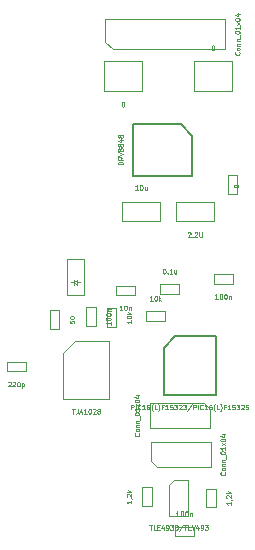
<source format=gbr>
G04 #@! TF.GenerationSoftware,KiCad,Pcbnew,(2018-02-16 revision c95340fba)-makepkg*
G04 #@! TF.CreationDate,2018-04-24T18:33:14+02:00*
G04 #@! TF.ProjectId,lmd,6C6D642E6B696361645F706362000000,rev?*
G04 #@! TF.SameCoordinates,Original*
G04 #@! TF.FileFunction,Other,Fab,Top*
%FSLAX46Y46*%
G04 Gerber Fmt 4.6, Leading zero omitted, Abs format (unit mm)*
G04 Created by KiCad (PCBNEW (2018-02-16 revision c95340fba)-makepkg) date 04/24/18 18:33:14*
%MOMM*%
%LPD*%
G01*
G04 APERTURE LIST*
%ADD10C,0.100000*%
%ADD11C,0.150000*%
G04 APERTURE END LIST*
D10*
X116215360Y-96149480D02*
X116215360Y-93649480D01*
X119415360Y-96149480D02*
X116215360Y-96149480D01*
X119415360Y-93649480D02*
X119415360Y-96149480D01*
X116215360Y-93649480D02*
X119415360Y-93649480D01*
X112756400Y-118336400D02*
X113756400Y-117336400D01*
X112756400Y-122236400D02*
X112756400Y-118336400D01*
X116656400Y-122236400D02*
X112756400Y-122236400D01*
X116656400Y-117336400D02*
X116656400Y-122236400D01*
X113756400Y-117336400D02*
X116656400Y-117336400D01*
X116926360Y-92613480D02*
X116291360Y-91978480D01*
X126451360Y-92613480D02*
X116926360Y-92613480D01*
X126451360Y-90073480D02*
X126451360Y-92613480D01*
X116291360Y-90073480D02*
X126451360Y-90073480D01*
X116291360Y-91978480D02*
X116291360Y-90073480D01*
X107962800Y-119081600D02*
X109562800Y-119081600D01*
X109562800Y-119081600D02*
X109562800Y-119881600D01*
X109562800Y-119881600D02*
X107962800Y-119881600D01*
X107962800Y-119881600D02*
X107962800Y-119081600D01*
X122567600Y-112528400D02*
X122567600Y-113328400D01*
X120967600Y-112528400D02*
X122567600Y-112528400D01*
X120967600Y-113328400D02*
X120967600Y-112528400D01*
X122567600Y-113328400D02*
X120967600Y-113328400D01*
X115487400Y-116065200D02*
X114687400Y-116065200D01*
X115487400Y-114465200D02*
X115487400Y-116065200D01*
X114687400Y-114465200D02*
X115487400Y-114465200D01*
X114687400Y-116065200D02*
X114687400Y-114465200D01*
X114492000Y-113432400D02*
X114492000Y-110392400D01*
X114492000Y-113432400D02*
X113092000Y-113432400D01*
X114492000Y-110392400D02*
X113092000Y-110392400D01*
X113092000Y-113432400D02*
X113092000Y-110392400D01*
X113642000Y-112562400D02*
X113642000Y-112162400D01*
X113642000Y-112362400D02*
X113392000Y-112362400D01*
X113642000Y-112362400D02*
X113942000Y-112562400D01*
X113942000Y-112562400D02*
X113942000Y-112162400D01*
X113942000Y-112162400D02*
X113642000Y-112362400D01*
X113942000Y-112362400D02*
X114192000Y-112362400D01*
X111614000Y-116319200D02*
X111614000Y-114719200D01*
X111614000Y-114719200D02*
X112414000Y-114719200D01*
X112414000Y-114719200D02*
X112414000Y-116319200D01*
X112414000Y-116319200D02*
X111614000Y-116319200D01*
X127035360Y-96149480D02*
X123835360Y-96149480D01*
X123835360Y-96149480D02*
X123835360Y-93649480D01*
X123835360Y-93649480D02*
X127035360Y-93649480D01*
X127035360Y-93649480D02*
X127035360Y-96149480D01*
D11*
X122680860Y-98922480D02*
X123680860Y-99922480D01*
X118680860Y-98922480D02*
X122680860Y-98922480D01*
X118680860Y-103322480D02*
X118680860Y-98922480D01*
X123680860Y-103322480D02*
X118680860Y-103322480D01*
X123680860Y-99922480D02*
X123680860Y-103322480D01*
D10*
X124633500Y-122584500D02*
X125158500Y-123109500D01*
X120078500Y-122584500D02*
X124633500Y-122584500D01*
X120078500Y-124684500D02*
X120078500Y-122584500D01*
X125158500Y-124684500D02*
X120078500Y-124684500D01*
X125158500Y-123109500D02*
X125158500Y-124684500D01*
X120142000Y-127461500D02*
X120142000Y-125886500D01*
X120142000Y-125886500D02*
X125222000Y-125886500D01*
X125222000Y-125886500D02*
X125222000Y-127986500D01*
X125222000Y-127986500D02*
X120667000Y-127986500D01*
X120667000Y-127986500D02*
X120142000Y-127461500D01*
X116440000Y-116116000D02*
X116440000Y-114516000D01*
X116440000Y-114516000D02*
X117240000Y-114516000D01*
X117240000Y-114516000D02*
X117240000Y-116116000D01*
X117240000Y-116116000D02*
X116440000Y-116116000D01*
D11*
X121244000Y-117880000D02*
X122244000Y-116880000D01*
X121244000Y-121880000D02*
X121244000Y-117880000D01*
X125644000Y-121880000D02*
X121244000Y-121880000D01*
X125644000Y-116880000D02*
X125644000Y-121880000D01*
X122244000Y-116880000D02*
X125644000Y-116880000D01*
D10*
X123354600Y-129094500D02*
X123354600Y-132144500D01*
X123354600Y-132144500D02*
X121704600Y-132144500D01*
X121704600Y-129519500D02*
X121704600Y-132144500D01*
X123354600Y-129094500D02*
X122104600Y-129094500D01*
X121704600Y-129519500D02*
X122104600Y-129094500D01*
X123786800Y-133851600D02*
X122186800Y-133851600D01*
X122186800Y-133851600D02*
X122186800Y-133051600D01*
X122186800Y-133051600D02*
X123786800Y-133051600D01*
X123786800Y-133051600D02*
X123786800Y-133851600D01*
X119437200Y-129705200D02*
X120237200Y-129705200D01*
X119437200Y-131305200D02*
X119437200Y-129705200D01*
X120237200Y-131305200D02*
X119437200Y-131305200D01*
X120237200Y-129705200D02*
X120237200Y-131305200D01*
X124872800Y-131406800D02*
X124872800Y-129806800D01*
X124872800Y-129806800D02*
X125672800Y-129806800D01*
X125672800Y-129806800D02*
X125672800Y-131406800D01*
X125672800Y-131406800D02*
X124872800Y-131406800D01*
X125488800Y-112464800D02*
X125488800Y-111664800D01*
X127088800Y-112464800D02*
X125488800Y-112464800D01*
X127088800Y-111664800D02*
X127088800Y-112464800D01*
X125488800Y-111664800D02*
X127088800Y-111664800D01*
X117208400Y-112630000D02*
X118808400Y-112630000D01*
X118808400Y-112630000D02*
X118808400Y-113430000D01*
X118808400Y-113430000D02*
X117208400Y-113430000D01*
X117208400Y-113430000D02*
X117208400Y-112630000D01*
X120939360Y-107129480D02*
X117739360Y-107129480D01*
X117739360Y-107129480D02*
X117739360Y-105529480D01*
X117739360Y-105529480D02*
X120939360Y-105529480D01*
X120939360Y-105529480D02*
X120939360Y-107129480D01*
X122311360Y-105529480D02*
X125511360Y-105529480D01*
X125511360Y-105529480D02*
X125511360Y-107129480D01*
X125511360Y-107129480D02*
X122311360Y-107129480D01*
X122311360Y-107129480D02*
X122311360Y-105529480D01*
X121348400Y-114814400D02*
X121348400Y-115614400D01*
X119748400Y-114814400D02*
X121348400Y-114814400D01*
X119748400Y-115614400D02*
X119748400Y-114814400D01*
X121348400Y-115614400D02*
X119748400Y-115614400D01*
X126701600Y-104889200D02*
X126701600Y-103289200D01*
X126701600Y-103289200D02*
X127501600Y-103289200D01*
X127501600Y-103289200D02*
X127501600Y-104889200D01*
X127501600Y-104889200D02*
X126701600Y-104889200D01*
X117796312Y-97080432D02*
X117834407Y-97080432D01*
X117872502Y-97099480D01*
X117891550Y-97118527D01*
X117910598Y-97156622D01*
X117929645Y-97232813D01*
X117929645Y-97328051D01*
X117910598Y-97404241D01*
X117891550Y-97442337D01*
X117872502Y-97461384D01*
X117834407Y-97480432D01*
X117796312Y-97480432D01*
X117758217Y-97461384D01*
X117739169Y-97442337D01*
X117720121Y-97404241D01*
X117701074Y-97328051D01*
X117701074Y-97232813D01*
X117720121Y-97156622D01*
X117739169Y-97118527D01*
X117758217Y-97099480D01*
X117796312Y-97080432D01*
X113506400Y-123067352D02*
X113734971Y-123067352D01*
X113620685Y-123467352D02*
X113620685Y-123067352D01*
X113982590Y-123067352D02*
X113982590Y-123353066D01*
X113963542Y-123410209D01*
X113925447Y-123448304D01*
X113868304Y-123467352D01*
X113830209Y-123467352D01*
X114154019Y-123353066D02*
X114344495Y-123353066D01*
X114115923Y-123467352D02*
X114249257Y-123067352D01*
X114382590Y-123467352D01*
X114725447Y-123467352D02*
X114496876Y-123467352D01*
X114611161Y-123467352D02*
X114611161Y-123067352D01*
X114573066Y-123124495D01*
X114534971Y-123162590D01*
X114496876Y-123181638D01*
X114973066Y-123067352D02*
X115011161Y-123067352D01*
X115049257Y-123086400D01*
X115068304Y-123105447D01*
X115087352Y-123143542D01*
X115106400Y-123219733D01*
X115106400Y-123314971D01*
X115087352Y-123391161D01*
X115068304Y-123429257D01*
X115049257Y-123448304D01*
X115011161Y-123467352D01*
X114973066Y-123467352D01*
X114934971Y-123448304D01*
X114915923Y-123429257D01*
X114896876Y-123391161D01*
X114877828Y-123314971D01*
X114877828Y-123219733D01*
X114896876Y-123143542D01*
X114915923Y-123105447D01*
X114934971Y-123086400D01*
X114973066Y-123067352D01*
X115258780Y-123105447D02*
X115277828Y-123086400D01*
X115315923Y-123067352D01*
X115411161Y-123067352D01*
X115449257Y-123086400D01*
X115468304Y-123105447D01*
X115487352Y-123143542D01*
X115487352Y-123181638D01*
X115468304Y-123238780D01*
X115239733Y-123467352D01*
X115487352Y-123467352D01*
X115715923Y-123238780D02*
X115677828Y-123219733D01*
X115658780Y-123200685D01*
X115639733Y-123162590D01*
X115639733Y-123143542D01*
X115658780Y-123105447D01*
X115677828Y-123086400D01*
X115715923Y-123067352D01*
X115792114Y-123067352D01*
X115830209Y-123086400D01*
X115849257Y-123105447D01*
X115868304Y-123143542D01*
X115868304Y-123162590D01*
X115849257Y-123200685D01*
X115830209Y-123219733D01*
X115792114Y-123238780D01*
X115715923Y-123238780D01*
X115677828Y-123257828D01*
X115658780Y-123276876D01*
X115639733Y-123314971D01*
X115639733Y-123391161D01*
X115658780Y-123429257D01*
X115677828Y-123448304D01*
X115715923Y-123467352D01*
X115792114Y-123467352D01*
X115830209Y-123448304D01*
X115849257Y-123429257D01*
X115868304Y-123391161D01*
X115868304Y-123314971D01*
X115849257Y-123276876D01*
X115830209Y-123257828D01*
X115792114Y-123238780D01*
X127654217Y-92838718D02*
X127673264Y-92857765D01*
X127692312Y-92914908D01*
X127692312Y-92953003D01*
X127673264Y-93010146D01*
X127635169Y-93048241D01*
X127597074Y-93067289D01*
X127520883Y-93086337D01*
X127463740Y-93086337D01*
X127387550Y-93067289D01*
X127349455Y-93048241D01*
X127311360Y-93010146D01*
X127292312Y-92953003D01*
X127292312Y-92914908D01*
X127311360Y-92857765D01*
X127330407Y-92838718D01*
X127692312Y-92610146D02*
X127673264Y-92648241D01*
X127654217Y-92667289D01*
X127616121Y-92686337D01*
X127501836Y-92686337D01*
X127463740Y-92667289D01*
X127444693Y-92648241D01*
X127425645Y-92610146D01*
X127425645Y-92553003D01*
X127444693Y-92514908D01*
X127463740Y-92495860D01*
X127501836Y-92476813D01*
X127616121Y-92476813D01*
X127654217Y-92495860D01*
X127673264Y-92514908D01*
X127692312Y-92553003D01*
X127692312Y-92610146D01*
X127425645Y-92305384D02*
X127692312Y-92305384D01*
X127463740Y-92305384D02*
X127444693Y-92286337D01*
X127425645Y-92248241D01*
X127425645Y-92191099D01*
X127444693Y-92153003D01*
X127482788Y-92133956D01*
X127692312Y-92133956D01*
X127425645Y-91943480D02*
X127692312Y-91943480D01*
X127463740Y-91943480D02*
X127444693Y-91924432D01*
X127425645Y-91886337D01*
X127425645Y-91829194D01*
X127444693Y-91791099D01*
X127482788Y-91772051D01*
X127692312Y-91772051D01*
X127730407Y-91676813D02*
X127730407Y-91372051D01*
X127292312Y-91200622D02*
X127292312Y-91162527D01*
X127311360Y-91124432D01*
X127330407Y-91105384D01*
X127368502Y-91086337D01*
X127444693Y-91067289D01*
X127539931Y-91067289D01*
X127616121Y-91086337D01*
X127654217Y-91105384D01*
X127673264Y-91124432D01*
X127692312Y-91162527D01*
X127692312Y-91200622D01*
X127673264Y-91238718D01*
X127654217Y-91257765D01*
X127616121Y-91276813D01*
X127539931Y-91295860D01*
X127444693Y-91295860D01*
X127368502Y-91276813D01*
X127330407Y-91257765D01*
X127311360Y-91238718D01*
X127292312Y-91200622D01*
X127692312Y-90686337D02*
X127692312Y-90914908D01*
X127692312Y-90800622D02*
X127292312Y-90800622D01*
X127349455Y-90838718D01*
X127387550Y-90876813D01*
X127406598Y-90914908D01*
X127692312Y-90553003D02*
X127425645Y-90343480D01*
X127425645Y-90553003D02*
X127692312Y-90343480D01*
X127292312Y-90114908D02*
X127292312Y-90076813D01*
X127311360Y-90038718D01*
X127330407Y-90019670D01*
X127368502Y-90000622D01*
X127444693Y-89981575D01*
X127539931Y-89981575D01*
X127616121Y-90000622D01*
X127654217Y-90019670D01*
X127673264Y-90038718D01*
X127692312Y-90076813D01*
X127692312Y-90114908D01*
X127673264Y-90153003D01*
X127654217Y-90172051D01*
X127616121Y-90191099D01*
X127539931Y-90210146D01*
X127444693Y-90210146D01*
X127368502Y-90191099D01*
X127330407Y-90172051D01*
X127311360Y-90153003D01*
X127292312Y-90114908D01*
X127425645Y-89638718D02*
X127692312Y-89638718D01*
X127273264Y-89733956D02*
X127558979Y-89829194D01*
X127558979Y-89581575D01*
X108086609Y-120800647D02*
X108105657Y-120781600D01*
X108143752Y-120762552D01*
X108238990Y-120762552D01*
X108277085Y-120781600D01*
X108296133Y-120800647D01*
X108315180Y-120838742D01*
X108315180Y-120876838D01*
X108296133Y-120933980D01*
X108067561Y-121162552D01*
X108315180Y-121162552D01*
X108467561Y-120800647D02*
X108486609Y-120781600D01*
X108524704Y-120762552D01*
X108619942Y-120762552D01*
X108658038Y-120781600D01*
X108677085Y-120800647D01*
X108696133Y-120838742D01*
X108696133Y-120876838D01*
X108677085Y-120933980D01*
X108448514Y-121162552D01*
X108696133Y-121162552D01*
X108943752Y-120762552D02*
X108981847Y-120762552D01*
X109019942Y-120781600D01*
X109038990Y-120800647D01*
X109058038Y-120838742D01*
X109077085Y-120914933D01*
X109077085Y-121010171D01*
X109058038Y-121086361D01*
X109038990Y-121124457D01*
X109019942Y-121143504D01*
X108981847Y-121162552D01*
X108943752Y-121162552D01*
X108905657Y-121143504D01*
X108886609Y-121124457D01*
X108867561Y-121086361D01*
X108848514Y-121010171D01*
X108848514Y-120914933D01*
X108867561Y-120838742D01*
X108886609Y-120800647D01*
X108905657Y-120781600D01*
X108943752Y-120762552D01*
X109248514Y-120895885D02*
X109248514Y-121295885D01*
X109248514Y-120914933D02*
X109286609Y-120895885D01*
X109362800Y-120895885D01*
X109400895Y-120914933D01*
X109419942Y-120933980D01*
X109438990Y-120972076D01*
X109438990Y-121086361D01*
X109419942Y-121124457D01*
X109400895Y-121143504D01*
X109362800Y-121162552D01*
X109286609Y-121162552D01*
X109248514Y-121143504D01*
X121281885Y-111209352D02*
X121319980Y-111209352D01*
X121358076Y-111228400D01*
X121377123Y-111247447D01*
X121396171Y-111285542D01*
X121415219Y-111361733D01*
X121415219Y-111456971D01*
X121396171Y-111533161D01*
X121377123Y-111571257D01*
X121358076Y-111590304D01*
X121319980Y-111609352D01*
X121281885Y-111609352D01*
X121243790Y-111590304D01*
X121224742Y-111571257D01*
X121205695Y-111533161D01*
X121186647Y-111456971D01*
X121186647Y-111361733D01*
X121205695Y-111285542D01*
X121224742Y-111247447D01*
X121243790Y-111228400D01*
X121281885Y-111209352D01*
X121586647Y-111571257D02*
X121605695Y-111590304D01*
X121586647Y-111609352D01*
X121567600Y-111590304D01*
X121586647Y-111571257D01*
X121586647Y-111609352D01*
X121986647Y-111609352D02*
X121758076Y-111609352D01*
X121872361Y-111609352D02*
X121872361Y-111209352D01*
X121834266Y-111266495D01*
X121796171Y-111304590D01*
X121758076Y-111323638D01*
X122329504Y-111342685D02*
X122329504Y-111609352D01*
X122158076Y-111342685D02*
X122158076Y-111552209D01*
X122177123Y-111590304D01*
X122215219Y-111609352D01*
X122272361Y-111609352D01*
X122310457Y-111590304D01*
X122329504Y-111571257D01*
X116768352Y-115712819D02*
X116768352Y-115941390D01*
X116768352Y-115827104D02*
X116368352Y-115827104D01*
X116425495Y-115865200D01*
X116463590Y-115903295D01*
X116482638Y-115941390D01*
X116368352Y-115465200D02*
X116368352Y-115427104D01*
X116387400Y-115389009D01*
X116406447Y-115369961D01*
X116444542Y-115350914D01*
X116520733Y-115331866D01*
X116615971Y-115331866D01*
X116692161Y-115350914D01*
X116730257Y-115369961D01*
X116749304Y-115389009D01*
X116768352Y-115427104D01*
X116768352Y-115465200D01*
X116749304Y-115503295D01*
X116730257Y-115522342D01*
X116692161Y-115541390D01*
X116615971Y-115560438D01*
X116520733Y-115560438D01*
X116444542Y-115541390D01*
X116406447Y-115522342D01*
X116387400Y-115503295D01*
X116368352Y-115465200D01*
X116368352Y-115084247D02*
X116368352Y-115046152D01*
X116387400Y-115008057D01*
X116406447Y-114989009D01*
X116444542Y-114969961D01*
X116520733Y-114950914D01*
X116615971Y-114950914D01*
X116692161Y-114969961D01*
X116730257Y-114989009D01*
X116749304Y-115008057D01*
X116768352Y-115046152D01*
X116768352Y-115084247D01*
X116749304Y-115122342D01*
X116730257Y-115141390D01*
X116692161Y-115160438D01*
X116615971Y-115179485D01*
X116520733Y-115179485D01*
X116444542Y-115160438D01*
X116406447Y-115141390D01*
X116387400Y-115122342D01*
X116368352Y-115084247D01*
X116501685Y-114779485D02*
X116768352Y-114779485D01*
X116539780Y-114779485D02*
X116520733Y-114760438D01*
X116501685Y-114722342D01*
X116501685Y-114665200D01*
X116520733Y-114627104D01*
X116558828Y-114608057D01*
X116768352Y-114608057D01*
X113294952Y-115614438D02*
X113294952Y-115804914D01*
X113485428Y-115823961D01*
X113466380Y-115804914D01*
X113447333Y-115766819D01*
X113447333Y-115671580D01*
X113466380Y-115633485D01*
X113485428Y-115614438D01*
X113523523Y-115595390D01*
X113618761Y-115595390D01*
X113656857Y-115614438D01*
X113675904Y-115633485D01*
X113694952Y-115671580D01*
X113694952Y-115766819D01*
X113675904Y-115804914D01*
X113656857Y-115823961D01*
X113294952Y-115347771D02*
X113294952Y-115309676D01*
X113314000Y-115271580D01*
X113333047Y-115252533D01*
X113371142Y-115233485D01*
X113447333Y-115214438D01*
X113542571Y-115214438D01*
X113618761Y-115233485D01*
X113656857Y-115252533D01*
X113675904Y-115271580D01*
X113694952Y-115309676D01*
X113694952Y-115347771D01*
X113675904Y-115385866D01*
X113656857Y-115404914D01*
X113618761Y-115423961D01*
X113542571Y-115443009D01*
X113447333Y-115443009D01*
X113371142Y-115423961D01*
X113333047Y-115404914D01*
X113314000Y-115385866D01*
X113294952Y-115347771D01*
X125416312Y-92280432D02*
X125454407Y-92280432D01*
X125492502Y-92299480D01*
X125511550Y-92318527D01*
X125530598Y-92356622D01*
X125549645Y-92432813D01*
X125549645Y-92528051D01*
X125530598Y-92604241D01*
X125511550Y-92642337D01*
X125492502Y-92661384D01*
X125454407Y-92680432D01*
X125416312Y-92680432D01*
X125378217Y-92661384D01*
X125359169Y-92642337D01*
X125340121Y-92604241D01*
X125321074Y-92528051D01*
X125321074Y-92432813D01*
X125340121Y-92356622D01*
X125359169Y-92318527D01*
X125378217Y-92299480D01*
X125416312Y-92280432D01*
X117811812Y-102360575D02*
X117411812Y-102360575D01*
X117411812Y-102265337D01*
X117430860Y-102208194D01*
X117468955Y-102170099D01*
X117507050Y-102151051D01*
X117583240Y-102132003D01*
X117640383Y-102132003D01*
X117716574Y-102151051D01*
X117754669Y-102170099D01*
X117792764Y-102208194D01*
X117811812Y-102265337D01*
X117811812Y-102360575D01*
X117811812Y-101732003D02*
X117621336Y-101865337D01*
X117811812Y-101960575D02*
X117411812Y-101960575D01*
X117411812Y-101808194D01*
X117430860Y-101770099D01*
X117449907Y-101751051D01*
X117488002Y-101732003D01*
X117545145Y-101732003D01*
X117583240Y-101751051D01*
X117602288Y-101770099D01*
X117621336Y-101808194D01*
X117621336Y-101960575D01*
X117411812Y-101617718D02*
X117811812Y-101484384D01*
X117411812Y-101351051D01*
X117583240Y-101160575D02*
X117564193Y-101198670D01*
X117545145Y-101217718D01*
X117507050Y-101236765D01*
X117488002Y-101236765D01*
X117449907Y-101217718D01*
X117430860Y-101198670D01*
X117411812Y-101160575D01*
X117411812Y-101084384D01*
X117430860Y-101046289D01*
X117449907Y-101027241D01*
X117488002Y-101008194D01*
X117507050Y-101008194D01*
X117545145Y-101027241D01*
X117564193Y-101046289D01*
X117583240Y-101084384D01*
X117583240Y-101160575D01*
X117602288Y-101198670D01*
X117621336Y-101217718D01*
X117659431Y-101236765D01*
X117735621Y-101236765D01*
X117773717Y-101217718D01*
X117792764Y-101198670D01*
X117811812Y-101160575D01*
X117811812Y-101084384D01*
X117792764Y-101046289D01*
X117773717Y-101027241D01*
X117735621Y-101008194D01*
X117659431Y-101008194D01*
X117621336Y-101027241D01*
X117602288Y-101046289D01*
X117583240Y-101084384D01*
X117583240Y-100779622D02*
X117564193Y-100817718D01*
X117545145Y-100836765D01*
X117507050Y-100855813D01*
X117488002Y-100855813D01*
X117449907Y-100836765D01*
X117430860Y-100817718D01*
X117411812Y-100779622D01*
X117411812Y-100703432D01*
X117430860Y-100665337D01*
X117449907Y-100646289D01*
X117488002Y-100627241D01*
X117507050Y-100627241D01*
X117545145Y-100646289D01*
X117564193Y-100665337D01*
X117583240Y-100703432D01*
X117583240Y-100779622D01*
X117602288Y-100817718D01*
X117621336Y-100836765D01*
X117659431Y-100855813D01*
X117735621Y-100855813D01*
X117773717Y-100836765D01*
X117792764Y-100817718D01*
X117811812Y-100779622D01*
X117811812Y-100703432D01*
X117792764Y-100665337D01*
X117773717Y-100646289D01*
X117735621Y-100627241D01*
X117659431Y-100627241D01*
X117621336Y-100646289D01*
X117602288Y-100665337D01*
X117583240Y-100703432D01*
X117545145Y-100284384D02*
X117811812Y-100284384D01*
X117392764Y-100379622D02*
X117678479Y-100474860D01*
X117678479Y-100227241D01*
X117583240Y-100017718D02*
X117564193Y-100055813D01*
X117545145Y-100074860D01*
X117507050Y-100093908D01*
X117488002Y-100093908D01*
X117449907Y-100074860D01*
X117430860Y-100055813D01*
X117411812Y-100017718D01*
X117411812Y-99941527D01*
X117430860Y-99903432D01*
X117449907Y-99884384D01*
X117488002Y-99865337D01*
X117507050Y-99865337D01*
X117545145Y-99884384D01*
X117564193Y-99903432D01*
X117583240Y-99941527D01*
X117583240Y-100017718D01*
X117602288Y-100055813D01*
X117621336Y-100074860D01*
X117659431Y-100093908D01*
X117735621Y-100093908D01*
X117773717Y-100074860D01*
X117792764Y-100055813D01*
X117811812Y-100017718D01*
X117811812Y-99941527D01*
X117792764Y-99903432D01*
X117773717Y-99884384D01*
X117735621Y-99865337D01*
X117659431Y-99865337D01*
X117621336Y-99884384D01*
X117602288Y-99903432D01*
X117583240Y-99941527D01*
X119161357Y-125129738D02*
X119180404Y-125148785D01*
X119199452Y-125205928D01*
X119199452Y-125244023D01*
X119180404Y-125301166D01*
X119142309Y-125339261D01*
X119104214Y-125358309D01*
X119028023Y-125377357D01*
X118970880Y-125377357D01*
X118894690Y-125358309D01*
X118856595Y-125339261D01*
X118818500Y-125301166D01*
X118799452Y-125244023D01*
X118799452Y-125205928D01*
X118818500Y-125148785D01*
X118837547Y-125129738D01*
X119199452Y-124901166D02*
X119180404Y-124939261D01*
X119161357Y-124958309D01*
X119123261Y-124977357D01*
X119008976Y-124977357D01*
X118970880Y-124958309D01*
X118951833Y-124939261D01*
X118932785Y-124901166D01*
X118932785Y-124844023D01*
X118951833Y-124805928D01*
X118970880Y-124786880D01*
X119008976Y-124767833D01*
X119123261Y-124767833D01*
X119161357Y-124786880D01*
X119180404Y-124805928D01*
X119199452Y-124844023D01*
X119199452Y-124901166D01*
X118932785Y-124596404D02*
X119199452Y-124596404D01*
X118970880Y-124596404D02*
X118951833Y-124577357D01*
X118932785Y-124539261D01*
X118932785Y-124482119D01*
X118951833Y-124444023D01*
X118989928Y-124424976D01*
X119199452Y-124424976D01*
X118932785Y-124234500D02*
X119199452Y-124234500D01*
X118970880Y-124234500D02*
X118951833Y-124215452D01*
X118932785Y-124177357D01*
X118932785Y-124120214D01*
X118951833Y-124082119D01*
X118989928Y-124063071D01*
X119199452Y-124063071D01*
X119237547Y-123967833D02*
X119237547Y-123663071D01*
X118799452Y-123491642D02*
X118799452Y-123453547D01*
X118818500Y-123415452D01*
X118837547Y-123396404D01*
X118875642Y-123377357D01*
X118951833Y-123358309D01*
X119047071Y-123358309D01*
X119123261Y-123377357D01*
X119161357Y-123396404D01*
X119180404Y-123415452D01*
X119199452Y-123453547D01*
X119199452Y-123491642D01*
X119180404Y-123529738D01*
X119161357Y-123548785D01*
X119123261Y-123567833D01*
X119047071Y-123586880D01*
X118951833Y-123586880D01*
X118875642Y-123567833D01*
X118837547Y-123548785D01*
X118818500Y-123529738D01*
X118799452Y-123491642D01*
X119199452Y-122977357D02*
X119199452Y-123205928D01*
X119199452Y-123091642D02*
X118799452Y-123091642D01*
X118856595Y-123129738D01*
X118894690Y-123167833D01*
X118913738Y-123205928D01*
X119199452Y-122844023D02*
X118932785Y-122634500D01*
X118932785Y-122844023D02*
X119199452Y-122634500D01*
X118799452Y-122405928D02*
X118799452Y-122367833D01*
X118818500Y-122329738D01*
X118837547Y-122310690D01*
X118875642Y-122291642D01*
X118951833Y-122272595D01*
X119047071Y-122272595D01*
X119123261Y-122291642D01*
X119161357Y-122310690D01*
X119180404Y-122329738D01*
X119199452Y-122367833D01*
X119199452Y-122405928D01*
X119180404Y-122444023D01*
X119161357Y-122463071D01*
X119123261Y-122482119D01*
X119047071Y-122501166D01*
X118951833Y-122501166D01*
X118875642Y-122482119D01*
X118837547Y-122463071D01*
X118818500Y-122444023D01*
X118799452Y-122405928D01*
X118932785Y-121929738D02*
X119199452Y-121929738D01*
X118780404Y-122024976D02*
X119066119Y-122120214D01*
X119066119Y-121872595D01*
X126424857Y-128431738D02*
X126443904Y-128450785D01*
X126462952Y-128507928D01*
X126462952Y-128546023D01*
X126443904Y-128603166D01*
X126405809Y-128641261D01*
X126367714Y-128660309D01*
X126291523Y-128679357D01*
X126234380Y-128679357D01*
X126158190Y-128660309D01*
X126120095Y-128641261D01*
X126082000Y-128603166D01*
X126062952Y-128546023D01*
X126062952Y-128507928D01*
X126082000Y-128450785D01*
X126101047Y-128431738D01*
X126462952Y-128203166D02*
X126443904Y-128241261D01*
X126424857Y-128260309D01*
X126386761Y-128279357D01*
X126272476Y-128279357D01*
X126234380Y-128260309D01*
X126215333Y-128241261D01*
X126196285Y-128203166D01*
X126196285Y-128146023D01*
X126215333Y-128107928D01*
X126234380Y-128088880D01*
X126272476Y-128069833D01*
X126386761Y-128069833D01*
X126424857Y-128088880D01*
X126443904Y-128107928D01*
X126462952Y-128146023D01*
X126462952Y-128203166D01*
X126196285Y-127898404D02*
X126462952Y-127898404D01*
X126234380Y-127898404D02*
X126215333Y-127879357D01*
X126196285Y-127841261D01*
X126196285Y-127784119D01*
X126215333Y-127746023D01*
X126253428Y-127726976D01*
X126462952Y-127726976D01*
X126196285Y-127536500D02*
X126462952Y-127536500D01*
X126234380Y-127536500D02*
X126215333Y-127517452D01*
X126196285Y-127479357D01*
X126196285Y-127422214D01*
X126215333Y-127384119D01*
X126253428Y-127365071D01*
X126462952Y-127365071D01*
X126501047Y-127269833D02*
X126501047Y-126965071D01*
X126062952Y-126793642D02*
X126062952Y-126755547D01*
X126082000Y-126717452D01*
X126101047Y-126698404D01*
X126139142Y-126679357D01*
X126215333Y-126660309D01*
X126310571Y-126660309D01*
X126386761Y-126679357D01*
X126424857Y-126698404D01*
X126443904Y-126717452D01*
X126462952Y-126755547D01*
X126462952Y-126793642D01*
X126443904Y-126831738D01*
X126424857Y-126850785D01*
X126386761Y-126869833D01*
X126310571Y-126888880D01*
X126215333Y-126888880D01*
X126139142Y-126869833D01*
X126101047Y-126850785D01*
X126082000Y-126831738D01*
X126062952Y-126793642D01*
X126462952Y-126279357D02*
X126462952Y-126507928D01*
X126462952Y-126393642D02*
X126062952Y-126393642D01*
X126120095Y-126431738D01*
X126158190Y-126469833D01*
X126177238Y-126507928D01*
X126462952Y-126146023D02*
X126196285Y-125936500D01*
X126196285Y-126146023D02*
X126462952Y-125936500D01*
X126062952Y-125707928D02*
X126062952Y-125669833D01*
X126082000Y-125631738D01*
X126101047Y-125612690D01*
X126139142Y-125593642D01*
X126215333Y-125574595D01*
X126310571Y-125574595D01*
X126386761Y-125593642D01*
X126424857Y-125612690D01*
X126443904Y-125631738D01*
X126462952Y-125669833D01*
X126462952Y-125707928D01*
X126443904Y-125746023D01*
X126424857Y-125765071D01*
X126386761Y-125784119D01*
X126310571Y-125803166D01*
X126215333Y-125803166D01*
X126139142Y-125784119D01*
X126101047Y-125765071D01*
X126082000Y-125746023D01*
X126062952Y-125707928D01*
X126196285Y-125231738D02*
X126462952Y-125231738D01*
X126043904Y-125326976D02*
X126329619Y-125422214D01*
X126329619Y-125174595D01*
X118520952Y-115554095D02*
X118520952Y-115782666D01*
X118520952Y-115668380D02*
X118120952Y-115668380D01*
X118178095Y-115706476D01*
X118216190Y-115744571D01*
X118235238Y-115782666D01*
X118120952Y-115306476D02*
X118120952Y-115268380D01*
X118140000Y-115230285D01*
X118159047Y-115211238D01*
X118197142Y-115192190D01*
X118273333Y-115173142D01*
X118368571Y-115173142D01*
X118444761Y-115192190D01*
X118482857Y-115211238D01*
X118501904Y-115230285D01*
X118520952Y-115268380D01*
X118520952Y-115306476D01*
X118501904Y-115344571D01*
X118482857Y-115363619D01*
X118444761Y-115382666D01*
X118368571Y-115401714D01*
X118273333Y-115401714D01*
X118197142Y-115382666D01*
X118159047Y-115363619D01*
X118140000Y-115344571D01*
X118120952Y-115306476D01*
X118520952Y-115001714D02*
X118120952Y-115001714D01*
X118368571Y-114963619D02*
X118520952Y-114849333D01*
X118254285Y-114849333D02*
X118406666Y-115001714D01*
X118472571Y-123110952D02*
X118472571Y-122710952D01*
X118624952Y-122710952D01*
X118663047Y-122730000D01*
X118682095Y-122749047D01*
X118701142Y-122787142D01*
X118701142Y-122844285D01*
X118682095Y-122882380D01*
X118663047Y-122901428D01*
X118624952Y-122920476D01*
X118472571Y-122920476D01*
X118872571Y-123110952D02*
X118872571Y-122710952D01*
X119291619Y-123072857D02*
X119272571Y-123091904D01*
X119215428Y-123110952D01*
X119177333Y-123110952D01*
X119120190Y-123091904D01*
X119082095Y-123053809D01*
X119063047Y-123015714D01*
X119044000Y-122939523D01*
X119044000Y-122882380D01*
X119063047Y-122806190D01*
X119082095Y-122768095D01*
X119120190Y-122730000D01*
X119177333Y-122710952D01*
X119215428Y-122710952D01*
X119272571Y-122730000D01*
X119291619Y-122749047D01*
X119672571Y-123110952D02*
X119444000Y-123110952D01*
X119558285Y-123110952D02*
X119558285Y-122710952D01*
X119520190Y-122768095D01*
X119482095Y-122806190D01*
X119444000Y-122825238D01*
X120015428Y-122710952D02*
X119939238Y-122710952D01*
X119901142Y-122730000D01*
X119882095Y-122749047D01*
X119844000Y-122806190D01*
X119824952Y-122882380D01*
X119824952Y-123034761D01*
X119844000Y-123072857D01*
X119863047Y-123091904D01*
X119901142Y-123110952D01*
X119977333Y-123110952D01*
X120015428Y-123091904D01*
X120034476Y-123072857D01*
X120053523Y-123034761D01*
X120053523Y-122939523D01*
X120034476Y-122901428D01*
X120015428Y-122882380D01*
X119977333Y-122863333D01*
X119901142Y-122863333D01*
X119863047Y-122882380D01*
X119844000Y-122901428D01*
X119824952Y-122939523D01*
X120339238Y-123263333D02*
X120320190Y-123244285D01*
X120282095Y-123187142D01*
X120263047Y-123149047D01*
X120244000Y-123091904D01*
X120224952Y-122996666D01*
X120224952Y-122920476D01*
X120244000Y-122825238D01*
X120263047Y-122768095D01*
X120282095Y-122730000D01*
X120320190Y-122672857D01*
X120339238Y-122653809D01*
X120682095Y-123110952D02*
X120491619Y-123110952D01*
X120491619Y-122710952D01*
X120777333Y-123263333D02*
X120796380Y-123244285D01*
X120834476Y-123187142D01*
X120853523Y-123149047D01*
X120872571Y-123091904D01*
X120891619Y-122996666D01*
X120891619Y-122920476D01*
X120872571Y-122825238D01*
X120853523Y-122768095D01*
X120834476Y-122730000D01*
X120796380Y-122672857D01*
X120777333Y-122653809D01*
X121215428Y-122901428D02*
X121082095Y-122901428D01*
X121082095Y-123110952D02*
X121082095Y-122710952D01*
X121272571Y-122710952D01*
X121634476Y-123110952D02*
X121405904Y-123110952D01*
X121520190Y-123110952D02*
X121520190Y-122710952D01*
X121482095Y-122768095D01*
X121444000Y-122806190D01*
X121405904Y-122825238D01*
X121996380Y-122710952D02*
X121805904Y-122710952D01*
X121786857Y-122901428D01*
X121805904Y-122882380D01*
X121844000Y-122863333D01*
X121939238Y-122863333D01*
X121977333Y-122882380D01*
X121996380Y-122901428D01*
X122015428Y-122939523D01*
X122015428Y-123034761D01*
X121996380Y-123072857D01*
X121977333Y-123091904D01*
X121939238Y-123110952D01*
X121844000Y-123110952D01*
X121805904Y-123091904D01*
X121786857Y-123072857D01*
X122148761Y-122710952D02*
X122396380Y-122710952D01*
X122263047Y-122863333D01*
X122320190Y-122863333D01*
X122358285Y-122882380D01*
X122377333Y-122901428D01*
X122396380Y-122939523D01*
X122396380Y-123034761D01*
X122377333Y-123072857D01*
X122358285Y-123091904D01*
X122320190Y-123110952D01*
X122205904Y-123110952D01*
X122167809Y-123091904D01*
X122148761Y-123072857D01*
X122548761Y-122749047D02*
X122567809Y-122730000D01*
X122605904Y-122710952D01*
X122701142Y-122710952D01*
X122739238Y-122730000D01*
X122758285Y-122749047D01*
X122777333Y-122787142D01*
X122777333Y-122825238D01*
X122758285Y-122882380D01*
X122529714Y-123110952D01*
X122777333Y-123110952D01*
X122910666Y-122710952D02*
X123158285Y-122710952D01*
X123024952Y-122863333D01*
X123082095Y-122863333D01*
X123120190Y-122882380D01*
X123139238Y-122901428D01*
X123158285Y-122939523D01*
X123158285Y-123034761D01*
X123139238Y-123072857D01*
X123120190Y-123091904D01*
X123082095Y-123110952D01*
X122967809Y-123110952D01*
X122929714Y-123091904D01*
X122910666Y-123072857D01*
X123615428Y-122691904D02*
X123272571Y-123206190D01*
X123748761Y-123110952D02*
X123748761Y-122710952D01*
X123901142Y-122710952D01*
X123939238Y-122730000D01*
X123958285Y-122749047D01*
X123977333Y-122787142D01*
X123977333Y-122844285D01*
X123958285Y-122882380D01*
X123939238Y-122901428D01*
X123901142Y-122920476D01*
X123748761Y-122920476D01*
X124148761Y-123110952D02*
X124148761Y-122710952D01*
X124567809Y-123072857D02*
X124548761Y-123091904D01*
X124491619Y-123110952D01*
X124453523Y-123110952D01*
X124396380Y-123091904D01*
X124358285Y-123053809D01*
X124339238Y-123015714D01*
X124320190Y-122939523D01*
X124320190Y-122882380D01*
X124339238Y-122806190D01*
X124358285Y-122768095D01*
X124396380Y-122730000D01*
X124453523Y-122710952D01*
X124491619Y-122710952D01*
X124548761Y-122730000D01*
X124567809Y-122749047D01*
X124948761Y-123110952D02*
X124720190Y-123110952D01*
X124834476Y-123110952D02*
X124834476Y-122710952D01*
X124796380Y-122768095D01*
X124758285Y-122806190D01*
X124720190Y-122825238D01*
X125291619Y-122710952D02*
X125215428Y-122710952D01*
X125177333Y-122730000D01*
X125158285Y-122749047D01*
X125120190Y-122806190D01*
X125101142Y-122882380D01*
X125101142Y-123034761D01*
X125120190Y-123072857D01*
X125139238Y-123091904D01*
X125177333Y-123110952D01*
X125253523Y-123110952D01*
X125291619Y-123091904D01*
X125310666Y-123072857D01*
X125329714Y-123034761D01*
X125329714Y-122939523D01*
X125310666Y-122901428D01*
X125291619Y-122882380D01*
X125253523Y-122863333D01*
X125177333Y-122863333D01*
X125139238Y-122882380D01*
X125120190Y-122901428D01*
X125101142Y-122939523D01*
X125615428Y-123263333D02*
X125596380Y-123244285D01*
X125558285Y-123187142D01*
X125539238Y-123149047D01*
X125520190Y-123091904D01*
X125501142Y-122996666D01*
X125501142Y-122920476D01*
X125520190Y-122825238D01*
X125539238Y-122768095D01*
X125558285Y-122730000D01*
X125596380Y-122672857D01*
X125615428Y-122653809D01*
X125958285Y-123110952D02*
X125767809Y-123110952D01*
X125767809Y-122710952D01*
X126053523Y-123263333D02*
X126072571Y-123244285D01*
X126110666Y-123187142D01*
X126129714Y-123149047D01*
X126148761Y-123091904D01*
X126167809Y-122996666D01*
X126167809Y-122920476D01*
X126148761Y-122825238D01*
X126129714Y-122768095D01*
X126110666Y-122730000D01*
X126072571Y-122672857D01*
X126053523Y-122653809D01*
X126491619Y-122901428D02*
X126358285Y-122901428D01*
X126358285Y-123110952D02*
X126358285Y-122710952D01*
X126548761Y-122710952D01*
X126910666Y-123110952D02*
X126682095Y-123110952D01*
X126796380Y-123110952D02*
X126796380Y-122710952D01*
X126758285Y-122768095D01*
X126720190Y-122806190D01*
X126682095Y-122825238D01*
X127272571Y-122710952D02*
X127082095Y-122710952D01*
X127063047Y-122901428D01*
X127082095Y-122882380D01*
X127120190Y-122863333D01*
X127215428Y-122863333D01*
X127253523Y-122882380D01*
X127272571Y-122901428D01*
X127291619Y-122939523D01*
X127291619Y-123034761D01*
X127272571Y-123072857D01*
X127253523Y-123091904D01*
X127215428Y-123110952D01*
X127120190Y-123110952D01*
X127082095Y-123091904D01*
X127063047Y-123072857D01*
X127424952Y-122710952D02*
X127672571Y-122710952D01*
X127539238Y-122863333D01*
X127596380Y-122863333D01*
X127634476Y-122882380D01*
X127653523Y-122901428D01*
X127672571Y-122939523D01*
X127672571Y-123034761D01*
X127653523Y-123072857D01*
X127634476Y-123091904D01*
X127596380Y-123110952D01*
X127482095Y-123110952D01*
X127444000Y-123091904D01*
X127424952Y-123072857D01*
X127824952Y-122749047D02*
X127844000Y-122730000D01*
X127882095Y-122710952D01*
X127977333Y-122710952D01*
X128015428Y-122730000D01*
X128034476Y-122749047D01*
X128053523Y-122787142D01*
X128053523Y-122825238D01*
X128034476Y-122882380D01*
X127805904Y-123110952D01*
X128053523Y-123110952D01*
X128415428Y-122710952D02*
X128224952Y-122710952D01*
X128205904Y-122901428D01*
X128224952Y-122882380D01*
X128263047Y-122863333D01*
X128358285Y-122863333D01*
X128396380Y-122882380D01*
X128415428Y-122901428D01*
X128434476Y-122939523D01*
X128434476Y-123034761D01*
X128415428Y-123072857D01*
X128396380Y-123091904D01*
X128358285Y-123110952D01*
X128263047Y-123110952D01*
X128224952Y-123091904D01*
X128205904Y-123072857D01*
X120034361Y-132900452D02*
X120262933Y-132900452D01*
X120148647Y-133300452D02*
X120148647Y-132900452D01*
X120586742Y-133300452D02*
X120396266Y-133300452D01*
X120396266Y-132900452D01*
X120720076Y-133090928D02*
X120853409Y-133090928D01*
X120910552Y-133300452D02*
X120720076Y-133300452D01*
X120720076Y-132900452D01*
X120910552Y-132900452D01*
X121253409Y-133033785D02*
X121253409Y-133300452D01*
X121158171Y-132881404D02*
X121062933Y-133167119D01*
X121310552Y-133167119D01*
X121481980Y-133300452D02*
X121558171Y-133300452D01*
X121596266Y-133281404D01*
X121615314Y-133262357D01*
X121653409Y-133205214D01*
X121672457Y-133129023D01*
X121672457Y-132976642D01*
X121653409Y-132938547D01*
X121634361Y-132919500D01*
X121596266Y-132900452D01*
X121520076Y-132900452D01*
X121481980Y-132919500D01*
X121462933Y-132938547D01*
X121443885Y-132976642D01*
X121443885Y-133071880D01*
X121462933Y-133109976D01*
X121481980Y-133129023D01*
X121520076Y-133148071D01*
X121596266Y-133148071D01*
X121634361Y-133129023D01*
X121653409Y-133109976D01*
X121672457Y-133071880D01*
X121805790Y-132900452D02*
X122053409Y-132900452D01*
X121920076Y-133052833D01*
X121977219Y-133052833D01*
X122015314Y-133071880D01*
X122034361Y-133090928D01*
X122053409Y-133129023D01*
X122053409Y-133224261D01*
X122034361Y-133262357D01*
X122015314Y-133281404D01*
X121977219Y-133300452D01*
X121862933Y-133300452D01*
X121824838Y-133281404D01*
X121805790Y-133262357D01*
X122224838Y-133300452D02*
X122224838Y-132900452D01*
X122320076Y-132900452D01*
X122377219Y-132919500D01*
X122415314Y-132957595D01*
X122434361Y-132995690D01*
X122453409Y-133071880D01*
X122453409Y-133129023D01*
X122434361Y-133205214D01*
X122415314Y-133243309D01*
X122377219Y-133281404D01*
X122320076Y-133300452D01*
X122224838Y-133300452D01*
X122910552Y-132881404D02*
X122567695Y-133395690D01*
X122986742Y-132900452D02*
X123215314Y-132900452D01*
X123101028Y-133300452D02*
X123101028Y-132900452D01*
X123539123Y-133300452D02*
X123348647Y-133300452D01*
X123348647Y-132900452D01*
X123615314Y-132900452D02*
X123748647Y-133300452D01*
X123881980Y-132900452D01*
X124186742Y-133033785D02*
X124186742Y-133300452D01*
X124091504Y-132881404D02*
X123996266Y-133167119D01*
X124243885Y-133167119D01*
X124415314Y-133300452D02*
X124491504Y-133300452D01*
X124529600Y-133281404D01*
X124548647Y-133262357D01*
X124586742Y-133205214D01*
X124605790Y-133129023D01*
X124605790Y-132976642D01*
X124586742Y-132938547D01*
X124567695Y-132919500D01*
X124529600Y-132900452D01*
X124453409Y-132900452D01*
X124415314Y-132919500D01*
X124396266Y-132938547D01*
X124377219Y-132976642D01*
X124377219Y-133071880D01*
X124396266Y-133109976D01*
X124415314Y-133129023D01*
X124453409Y-133148071D01*
X124529600Y-133148071D01*
X124567695Y-133129023D01*
X124586742Y-133109976D01*
X124605790Y-133071880D01*
X124739123Y-132900452D02*
X124986742Y-132900452D01*
X124853409Y-133052833D01*
X124910552Y-133052833D01*
X124948647Y-133071880D01*
X124967695Y-133090928D01*
X124986742Y-133129023D01*
X124986742Y-133224261D01*
X124967695Y-133262357D01*
X124948647Y-133281404D01*
X124910552Y-133300452D01*
X124796266Y-133300452D01*
X124758171Y-133281404D01*
X124739123Y-133262357D01*
X122539180Y-132132552D02*
X122310609Y-132132552D01*
X122424895Y-132132552D02*
X122424895Y-131732552D01*
X122386800Y-131789695D01*
X122348704Y-131827790D01*
X122310609Y-131846838D01*
X122786800Y-131732552D02*
X122824895Y-131732552D01*
X122862990Y-131751600D01*
X122882038Y-131770647D01*
X122901085Y-131808742D01*
X122920133Y-131884933D01*
X122920133Y-131980171D01*
X122901085Y-132056361D01*
X122882038Y-132094457D01*
X122862990Y-132113504D01*
X122824895Y-132132552D01*
X122786800Y-132132552D01*
X122748704Y-132113504D01*
X122729657Y-132094457D01*
X122710609Y-132056361D01*
X122691561Y-131980171D01*
X122691561Y-131884933D01*
X122710609Y-131808742D01*
X122729657Y-131770647D01*
X122748704Y-131751600D01*
X122786800Y-131732552D01*
X123167752Y-131732552D02*
X123205847Y-131732552D01*
X123243942Y-131751600D01*
X123262990Y-131770647D01*
X123282038Y-131808742D01*
X123301085Y-131884933D01*
X123301085Y-131980171D01*
X123282038Y-132056361D01*
X123262990Y-132094457D01*
X123243942Y-132113504D01*
X123205847Y-132132552D01*
X123167752Y-132132552D01*
X123129657Y-132113504D01*
X123110609Y-132094457D01*
X123091561Y-132056361D01*
X123072514Y-131980171D01*
X123072514Y-131884933D01*
X123091561Y-131808742D01*
X123110609Y-131770647D01*
X123129657Y-131751600D01*
X123167752Y-131732552D01*
X123472514Y-131865885D02*
X123472514Y-132132552D01*
X123472514Y-131903980D02*
X123491561Y-131884933D01*
X123529657Y-131865885D01*
X123586800Y-131865885D01*
X123624895Y-131884933D01*
X123643942Y-131923028D01*
X123643942Y-132132552D01*
X118518152Y-130838533D02*
X118518152Y-131067104D01*
X118518152Y-130952819D02*
X118118152Y-130952819D01*
X118175295Y-130990914D01*
X118213390Y-131029009D01*
X118232438Y-131067104D01*
X118499104Y-130648057D02*
X118518152Y-130648057D01*
X118556247Y-130667104D01*
X118575295Y-130686152D01*
X118156247Y-130495676D02*
X118137200Y-130476628D01*
X118118152Y-130438533D01*
X118118152Y-130343295D01*
X118137200Y-130305200D01*
X118156247Y-130286152D01*
X118194342Y-130267104D01*
X118232438Y-130267104D01*
X118289580Y-130286152D01*
X118518152Y-130514723D01*
X118518152Y-130267104D01*
X118518152Y-130095676D02*
X118118152Y-130095676D01*
X118365771Y-130057580D02*
X118518152Y-129943295D01*
X118251485Y-129943295D02*
X118403866Y-130095676D01*
X126953752Y-130940133D02*
X126953752Y-131168704D01*
X126953752Y-131054419D02*
X126553752Y-131054419D01*
X126610895Y-131092514D01*
X126648990Y-131130609D01*
X126668038Y-131168704D01*
X126934704Y-130749657D02*
X126953752Y-130749657D01*
X126991847Y-130768704D01*
X127010895Y-130787752D01*
X126591847Y-130597276D02*
X126572800Y-130578228D01*
X126553752Y-130540133D01*
X126553752Y-130444895D01*
X126572800Y-130406800D01*
X126591847Y-130387752D01*
X126629942Y-130368704D01*
X126668038Y-130368704D01*
X126725180Y-130387752D01*
X126953752Y-130616323D01*
X126953752Y-130368704D01*
X126953752Y-130197276D02*
X126553752Y-130197276D01*
X126801371Y-130159180D02*
X126953752Y-130044895D01*
X126687085Y-130044895D02*
X126839466Y-130197276D01*
X125841180Y-113745752D02*
X125612609Y-113745752D01*
X125726895Y-113745752D02*
X125726895Y-113345752D01*
X125688800Y-113402895D01*
X125650704Y-113440990D01*
X125612609Y-113460038D01*
X126088800Y-113345752D02*
X126126895Y-113345752D01*
X126164990Y-113364800D01*
X126184038Y-113383847D01*
X126203085Y-113421942D01*
X126222133Y-113498133D01*
X126222133Y-113593371D01*
X126203085Y-113669561D01*
X126184038Y-113707657D01*
X126164990Y-113726704D01*
X126126895Y-113745752D01*
X126088800Y-113745752D01*
X126050704Y-113726704D01*
X126031657Y-113707657D01*
X126012609Y-113669561D01*
X125993561Y-113593371D01*
X125993561Y-113498133D01*
X126012609Y-113421942D01*
X126031657Y-113383847D01*
X126050704Y-113364800D01*
X126088800Y-113345752D01*
X126469752Y-113345752D02*
X126507847Y-113345752D01*
X126545942Y-113364800D01*
X126564990Y-113383847D01*
X126584038Y-113421942D01*
X126603085Y-113498133D01*
X126603085Y-113593371D01*
X126584038Y-113669561D01*
X126564990Y-113707657D01*
X126545942Y-113726704D01*
X126507847Y-113745752D01*
X126469752Y-113745752D01*
X126431657Y-113726704D01*
X126412609Y-113707657D01*
X126393561Y-113669561D01*
X126374514Y-113593371D01*
X126374514Y-113498133D01*
X126393561Y-113421942D01*
X126412609Y-113383847D01*
X126431657Y-113364800D01*
X126469752Y-113345752D01*
X126774514Y-113479085D02*
X126774514Y-113745752D01*
X126774514Y-113517180D02*
X126793561Y-113498133D01*
X126831657Y-113479085D01*
X126888800Y-113479085D01*
X126926895Y-113498133D01*
X126945942Y-113536228D01*
X126945942Y-113745752D01*
X117751257Y-114710952D02*
X117522685Y-114710952D01*
X117636971Y-114710952D02*
X117636971Y-114310952D01*
X117598876Y-114368095D01*
X117560780Y-114406190D01*
X117522685Y-114425238D01*
X117998876Y-114310952D02*
X118036971Y-114310952D01*
X118075066Y-114330000D01*
X118094114Y-114349047D01*
X118113161Y-114387142D01*
X118132209Y-114463333D01*
X118132209Y-114558571D01*
X118113161Y-114634761D01*
X118094114Y-114672857D01*
X118075066Y-114691904D01*
X118036971Y-114710952D01*
X117998876Y-114710952D01*
X117960780Y-114691904D01*
X117941733Y-114672857D01*
X117922685Y-114634761D01*
X117903638Y-114558571D01*
X117903638Y-114463333D01*
X117922685Y-114387142D01*
X117941733Y-114349047D01*
X117960780Y-114330000D01*
X117998876Y-114310952D01*
X118303638Y-114444285D02*
X118303638Y-114710952D01*
X118303638Y-114482380D02*
X118322685Y-114463333D01*
X118360780Y-114444285D01*
X118417923Y-114444285D01*
X118456019Y-114463333D01*
X118475066Y-114501428D01*
X118475066Y-114710952D01*
X119082217Y-104510432D02*
X118853645Y-104510432D01*
X118967931Y-104510432D02*
X118967931Y-104110432D01*
X118929836Y-104167575D01*
X118891740Y-104205670D01*
X118853645Y-104224718D01*
X119329836Y-104110432D02*
X119367931Y-104110432D01*
X119406026Y-104129480D01*
X119425074Y-104148527D01*
X119444121Y-104186622D01*
X119463169Y-104262813D01*
X119463169Y-104358051D01*
X119444121Y-104434241D01*
X119425074Y-104472337D01*
X119406026Y-104491384D01*
X119367931Y-104510432D01*
X119329836Y-104510432D01*
X119291740Y-104491384D01*
X119272693Y-104472337D01*
X119253645Y-104434241D01*
X119234598Y-104358051D01*
X119234598Y-104262813D01*
X119253645Y-104186622D01*
X119272693Y-104148527D01*
X119291740Y-104129480D01*
X119329836Y-104110432D01*
X119806026Y-104243765D02*
X119806026Y-104510432D01*
X119634598Y-104243765D02*
X119634598Y-104453289D01*
X119653645Y-104491384D01*
X119691740Y-104510432D01*
X119748883Y-104510432D01*
X119786979Y-104491384D01*
X119806026Y-104472337D01*
X123301836Y-108148527D02*
X123320883Y-108129480D01*
X123358979Y-108110432D01*
X123454217Y-108110432D01*
X123492312Y-108129480D01*
X123511360Y-108148527D01*
X123530407Y-108186622D01*
X123530407Y-108224718D01*
X123511360Y-108281860D01*
X123282788Y-108510432D01*
X123530407Y-108510432D01*
X123701836Y-108472337D02*
X123720883Y-108491384D01*
X123701836Y-108510432D01*
X123682788Y-108491384D01*
X123701836Y-108472337D01*
X123701836Y-108510432D01*
X123873264Y-108148527D02*
X123892312Y-108129480D01*
X123930407Y-108110432D01*
X124025645Y-108110432D01*
X124063740Y-108129480D01*
X124082788Y-108148527D01*
X124101836Y-108186622D01*
X124101836Y-108224718D01*
X124082788Y-108281860D01*
X123854217Y-108510432D01*
X124101836Y-108510432D01*
X124273264Y-108110432D02*
X124273264Y-108434241D01*
X124292312Y-108472337D01*
X124311360Y-108491384D01*
X124349455Y-108510432D01*
X124425645Y-108510432D01*
X124463740Y-108491384D01*
X124482788Y-108472337D01*
X124501836Y-108434241D01*
X124501836Y-108110432D01*
X120310304Y-113895352D02*
X120081733Y-113895352D01*
X120196019Y-113895352D02*
X120196019Y-113495352D01*
X120157923Y-113552495D01*
X120119828Y-113590590D01*
X120081733Y-113609638D01*
X120557923Y-113495352D02*
X120596019Y-113495352D01*
X120634114Y-113514400D01*
X120653161Y-113533447D01*
X120672209Y-113571542D01*
X120691257Y-113647733D01*
X120691257Y-113742971D01*
X120672209Y-113819161D01*
X120653161Y-113857257D01*
X120634114Y-113876304D01*
X120596019Y-113895352D01*
X120557923Y-113895352D01*
X120519828Y-113876304D01*
X120500780Y-113857257D01*
X120481733Y-113819161D01*
X120462685Y-113742971D01*
X120462685Y-113647733D01*
X120481733Y-113571542D01*
X120500780Y-113533447D01*
X120519828Y-113514400D01*
X120557923Y-113495352D01*
X120862685Y-113895352D02*
X120862685Y-113495352D01*
X120900780Y-113742971D02*
X121015066Y-113895352D01*
X121015066Y-113628685D02*
X120862685Y-113781066D01*
X127187352Y-104209847D02*
X127187352Y-104171752D01*
X127206400Y-104133657D01*
X127225447Y-104114609D01*
X127263542Y-104095561D01*
X127339733Y-104076514D01*
X127434971Y-104076514D01*
X127511161Y-104095561D01*
X127549257Y-104114609D01*
X127568304Y-104133657D01*
X127587352Y-104171752D01*
X127587352Y-104209847D01*
X127568304Y-104247942D01*
X127549257Y-104266990D01*
X127511161Y-104286038D01*
X127434971Y-104305085D01*
X127339733Y-104305085D01*
X127263542Y-104286038D01*
X127225447Y-104266990D01*
X127206400Y-104247942D01*
X127187352Y-104209847D01*
M02*

</source>
